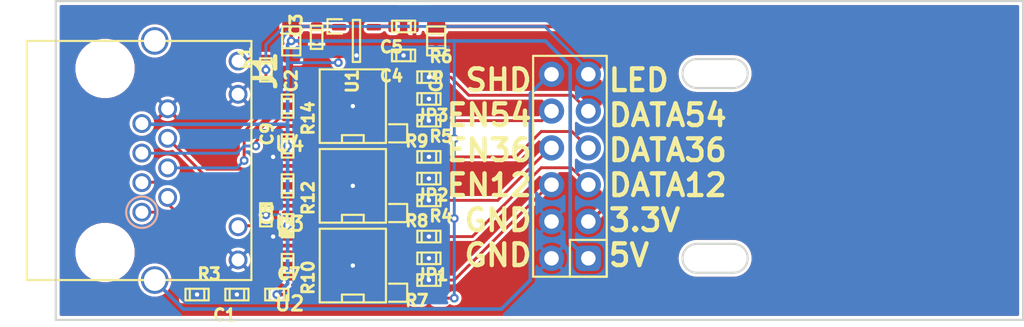
<source format=kicad_pcb>
(kicad_pcb (version 20171130) (host pcbnew "(5.1.4-0-10_14)")
  (layers (0 F.Cu signal) (1 In1.Cu signal hide) (2 In2.Cu signal hide) (31 B.Cu signal) (34 B.Paste user) (35 F.Paste user) (36 B.SilkS user) (37 F.SilkS user) (38 B.Mask user) (39 F.Mask user) (44 Edge.Cuts user))
  (net 0 "")
  (net 1 GND)
  (net 2 GNDS)
  (net 3 +5V)
  (net 4 +3V3)
  (net 5 1)
  (net 6 2)
  (net 7 3)
  (net 8 4)
  (net 9 5)
  (net 10 6)
  (net 11 "Net-(J1-Pad10)")
  (net 12 "Net-(J1-Pad12)")
  (net 13 "Net-(C4-Pad1)")
  (net 14 "Net-(J2-Pad10)")
  (net 15 "Net-(J2-Pad8)")
  (net 16 "Net-(J2-Pad6)")
  (net 17 LED)
  (net 18 "Net-(J2-Pad9)")
  (net 19 "Net-(J2-Pad7)")
  (net 20 "Net-(J2-Pad5)")
  (net 21 EN_12)
  (net 22 EN_36)
  (net 23 EN_54)
  (net 24 DATA_12)
  (net 25 DATA_36)
  (net 26 DATA_54)
  (module stmbl:SOLDER_JUMPER_0603 (layer F.Cu) (at 116.5 57)
    (fp_text reference JP3 (at 0.244 -1.612) (layer F.SilkS) (effects (font (size 0.8 0.8) (thickness 0.2))))
    (fp_text value Jumper_NO_Small)
    (fp_line (start -0.25 0) (end -0.2 0) (layer F.Cu) (width 0.25))
    (fp_line (start 0.25 0) (end 0.2 0) (layer F.Cu) (width 0.25))
    (pad 1 smd roundrect (at -0.75 0) (size 1 0.8) (layers F.Cu F.Paste F.Mask) (net 23 EN_54))
    (pad 2 smd roundrect (at 0.75 0) (size 1 0.8) (layers F.Cu F.Paste F.Mask) (net 3 +5V))
  )
  (module stmbl:SOLDER_JUMPER_0603 (layer F.Cu) (at 116.5 62.5)
    (fp_text reference JP2 (at 0.244 -1.612) (layer F.SilkS) (effects (font (size 0.8 0.8) (thickness 0.2))))
    (fp_text value Jumper_NO_Small)
    (fp_line (start -0.25 0) (end -0.2 0) (layer F.Cu) (width 0.25))
    (fp_line (start 0.25 0) (end 0.2 0) (layer F.Cu) (width 0.25))
    (pad 1 smd roundrect (at -0.75 0) (size 1 0.8) (layers F.Cu F.Paste F.Mask) (net 22 EN_36))
    (pad 2 smd roundrect (at 0.75 0) (size 1 0.8) (layers F.Cu F.Paste F.Mask) (net 3 +5V))
  )
  (module stmbl:SOLDER_JUMPER_0603 (layer F.Cu) (at 116.5 68)
    (fp_text reference JP1 (at 0.244 -1.612) (layer F.SilkS) (effects (font (size 0.8 0.8) (thickness 0.2))))
    (fp_text value Jumper_NO_Small)
    (fp_line (start -0.25 0) (end -0.2 0) (layer F.Cu) (width 0.25))
    (fp_line (start 0.25 0) (end 0.2 0) (layer F.Cu) (width 0.25))
    (pad 1 smd roundrect (at -0.75 0) (size 1 0.8) (layers F.Cu F.Paste F.Mask) (net 21 EN_12))
    (pad 2 smd roundrect (at 0.75 0) (size 1 0.8) (layers F.Cu F.Paste F.Mask) (net 3 +5V))
  )
  (module stmbl:C_0603 (layer F.Cu) (at 100.5 67.75 180)
    (fp_text reference R3 (at -0.834 1.416) (layer F.SilkS) (effects (font (size 0.8 0.8) (thickness 0.2))))
    (fp_text value 120)
    (pad 2 smd roundrect (at 0.75 0 180) (size 0.59 0.8) (layers F.Cu F.Paste F.Mask) (net 1 GND))
    (pad 1 smd roundrect (at -0.75 0 180) (size 0.59 0.8) (layers F.Cu F.Paste F.Mask) (net 2 GNDS))
  )
  (module stmbl:C_0603 (layer F.Cu) (at 105.25 62.25 90)
    (fp_text reference R2 (at -0.834 1.416 90) (layer F.SilkS) (effects (font (size 0.8 0.8) (thickness 0.2))))
    (fp_text value 560)
    (pad 2 smd roundrect (at 0.75 0 90) (size 0.59 0.8) (layers F.Cu F.Paste F.Mask) (net 3 +5V))
    (pad 1 smd roundrect (at -0.75 0 90) (size 0.59 0.8) (layers F.Cu F.Paste F.Mask) (net 12 "Net-(J1-Pad12)"))
  )
  (module stmbl:C_0603 (layer F.Cu) (at 105.25 52.25 270)
    (fp_text reference R1 (at -0.834 1.416 90) (layer F.SilkS) (effects (font (size 0.8 0.8) (thickness 0.2))))
    (fp_text value 560)
    (pad 2 smd roundrect (at 0.75 0 270) (size 0.59 0.8) (layers F.Cu F.Paste F.Mask) (net 17 LED))
    (pad 1 smd roundrect (at -0.75 0 270) (size 0.59 0.8) (layers F.Cu F.Paste F.Mask) (net 11 "Net-(J1-Pad10)"))
  )
  (module stmbl:C_0603 (layer F.Cu) (at 103.25 67.75)
    (fp_text reference C1 (at -0.834 1.416) (layer F.SilkS) (effects (font (size 0.8 0.8) (thickness 0.2))))
    (fp_text value 100n)
    (pad 2 smd roundrect (at 0.75 0) (size 0.59 0.8) (layers F.Cu F.Paste F.Mask) (net 1 GND))
    (pad 1 smd roundrect (at -0.75 0) (size 0.59 0.8) (layers F.Cu F.Paste F.Mask) (net 2 GNDS))
  )
  (module stmbl:SOIC-8-N (layer F.Cu) (at 111.25 54.75 180)
    (fp_text reference U4 (at 4.362 -2.624) (layer F.SilkS) (effects (font (thickness 0.2))))
    (fp_text value sp485)
    (pad 8 smd roundrect (at 2.75 -1.905 90) (size 0.5 1.25) (layers F.Cu F.Paste F.Mask) (net 3 +5V))
    (pad 7 smd roundrect (at 2.75 -0.635 90) (size 0.5 1.25) (layers F.Cu F.Paste F.Mask) (net 9 5))
    (pad 6 smd roundrect (at 2.75 0.635 90) (size 0.5 1.25) (layers F.Cu F.Paste F.Mask) (net 8 4))
    (pad 5 smd roundrect (at 2.75 1.905 90) (size 0.5 1.25) (layers F.Cu F.Paste F.Mask) (net 1 GND))
    (pad 4 smd roundrect (at -2.75 1.905 90) (size 0.5 1.25) (layers F.Cu F.Paste F.Mask) (net 26 DATA_54))
    (pad 3 smd roundrect (at -2.75 0.635 90) (size 0.5 1.25) (layers F.Cu F.Paste F.Mask) (net 23 EN_54))
    (pad 2 smd roundrect (at -2.75 -0.635 90) (size 0.5 1.25) (layers F.Cu F.Paste F.Mask) (net 23 EN_54))
    (pad 1 smd roundrect (at -2.75 -1.905 90) (size 0.5 1.25) (layers F.Cu F.Paste F.Mask) (net 26 DATA_54))
  )
  (module stmbl:SOIC-8-N (layer F.Cu) (at 111.25 60.25 180)
    (fp_text reference U3 (at 4.362 -2.624) (layer F.SilkS) (effects (font (thickness 0.2))))
    (fp_text value sp485)
    (pad 1 smd roundrect (at -2.75 -1.905 90) (size 0.5 1.25) (layers F.Cu F.Paste F.Mask) (net 25 DATA_36))
    (pad 2 smd roundrect (at -2.75 -0.635 90) (size 0.5 1.25) (layers F.Cu F.Paste F.Mask) (net 22 EN_36))
    (pad 3 smd roundrect (at -2.75 0.635 90) (size 0.5 1.25) (layers F.Cu F.Paste F.Mask) (net 22 EN_36))
    (pad 4 smd roundrect (at -2.75 1.905 90) (size 0.5 1.25) (layers F.Cu F.Paste F.Mask) (net 25 DATA_36))
    (pad 5 smd roundrect (at 2.75 1.905 90) (size 0.5 1.25) (layers F.Cu F.Paste F.Mask) (net 1 GND))
    (pad 6 smd roundrect (at 2.75 0.635 90) (size 0.5 1.25) (layers F.Cu F.Paste F.Mask) (net 10 6))
    (pad 7 smd roundrect (at 2.75 -0.635 90) (size 0.5 1.25) (layers F.Cu F.Paste F.Mask) (net 7 3))
    (pad 8 smd roundrect (at 2.75 -1.905 90) (size 0.5 1.25) (layers F.Cu F.Paste F.Mask) (net 3 +5V))
  )
  (module stmbl:SOIC-8-N (layer F.Cu) (at 111.25 65.75 180)
    (fp_text reference U2 (at 4.362 -2.624) (layer F.SilkS) (effects (font (thickness 0.2))))
    (fp_text value sp485)
    (pad 1 smd roundrect (at -2.75 -1.905 90) (size 0.5 1.25) (layers F.Cu F.Paste F.Mask) (net 24 DATA_12))
    (pad 2 smd roundrect (at -2.75 -0.635 90) (size 0.5 1.25) (layers F.Cu F.Paste F.Mask) (net 21 EN_12))
    (pad 3 smd roundrect (at -2.75 0.635 90) (size 0.5 1.25) (layers F.Cu F.Paste F.Mask) (net 21 EN_12))
    (pad 4 smd roundrect (at -2.75 1.905 90) (size 0.5 1.25) (layers F.Cu F.Paste F.Mask) (net 24 DATA_12))
    (pad 5 smd roundrect (at 2.75 1.905 90) (size 0.5 1.25) (layers F.Cu F.Paste F.Mask) (net 1 GND))
    (pad 6 smd roundrect (at 2.75 0.635 90) (size 0.5 1.25) (layers F.Cu F.Paste F.Mask) (net 6 2))
    (pad 7 smd roundrect (at 2.75 -0.635 90) (size 0.5 1.25) (layers F.Cu F.Paste F.Mask) (net 5 1))
    (pad 8 smd roundrect (at 2.75 -1.905 90) (size 0.5 1.25) (layers F.Cu F.Paste F.Mask) (net 3 +5V))
  )
  (module stmbl:SOT-23-5 (layer F.Cu) (at 111.5 50.25)
    (fp_text reference U1 (at -0.29 2.784 -270) (layer F.SilkS) (effects (font (size 0.8 0.8) (thickness 0.2))))
    (fp_text value LDO)
    (pad 1 smd roundrect (at -1.2 -0.95) (size 1 0.45) (layers F.Cu F.Paste F.Mask) (net 3 +5V))
    (pad 2 smd roundrect (at -1.2 0) (size 1 0.45) (layers F.Cu F.Paste F.Mask) (net 1 GND))
    (pad 3 smd roundrect (at -1.2 0.95) (size 1 0.45) (layers F.Cu F.Paste F.Mask) (net 3 +5V))
    (pad 4 smd roundrect (at 1.2 0.95) (size 1 0.45) (layers F.Cu F.Paste F.Mask) (net 13 "Net-(C4-Pad1)"))
    (pad 5 smd roundrect (at 1.2 -0.95) (size 1 0.45) (layers F.Cu F.Paste F.Mask) (net 4 +3V3))
  )
  (module stmbl:R_0603 (layer F.Cu) (at 116.5 54.25 180)
    (fp_text reference R15 hide)
    (fp_text value 1k)
    (pad 1 smd roundrect (at -0.75 0 180) (size 0.59 0.8) (layers F.Cu F.Paste F.Mask) (net 1 GND))
    (pad 2 smd roundrect (at 0.75 0 180) (size 0.59 0.8) (layers F.Cu F.Paste F.Mask) (net 23 EN_54))
  )
  (module stmbl:C_0603 (layer F.Cu) (at 106.75 54.75 90)
    (fp_text reference R14 (at -0.834 1.416 90) (layer F.SilkS) (effects (font (size 0.8 0.8) (thickness 0.2))))
    (fp_text value 120)
    (pad 1 smd roundrect (at -0.75 0 90) (size 0.59 0.8) (layers F.Cu F.Paste F.Mask) (net 9 5))
    (pad 2 smd roundrect (at 0.75 0 90) (size 0.59 0.8) (layers F.Cu F.Paste F.Mask) (net 8 4))
  )
  (module stmbl:R_0603 (layer F.Cu) (at 116.5 59.75 180)
    (fp_text reference R13 hide)
    (fp_text value 1k)
    (pad 2 smd roundrect (at 0.75 0 180) (size 0.59 0.8) (layers F.Cu F.Paste F.Mask) (net 22 EN_36))
    (pad 1 smd roundrect (at -0.75 0 180) (size 0.59 0.8) (layers F.Cu F.Paste F.Mask) (net 1 GND))
  )
  (module stmbl:C_0603 (layer F.Cu) (at 106.75 60.25 90)
    (fp_text reference R12 (at -0.834 1.416 90) (layer F.SilkS) (effects (font (size 0.8 0.8) (thickness 0.2))))
    (fp_text value 120)
    (pad 2 smd roundrect (at 0.75 0 90) (size 0.59 0.8) (layers F.Cu F.Paste F.Mask) (net 10 6))
    (pad 1 smd roundrect (at -0.75 0 90) (size 0.59 0.8) (layers F.Cu F.Paste F.Mask) (net 7 3))
  )
  (module stmbl:R_0603 (layer F.Cu) (at 116.5 65.25 180)
    (fp_text reference R11 hide)
    (fp_text value 1k)
    (pad 2 smd roundrect (at 0.75 0 180) (size 0.59 0.8) (layers F.Cu F.Paste F.Mask) (net 21 EN_12))
    (pad 1 smd roundrect (at -0.75 0 180) (size 0.59 0.8) (layers F.Cu F.Paste F.Mask) (net 1 GND))
  )
  (module stmbl:C_0603 (layer F.Cu) (at 106.75 65.75 90)
    (fp_text reference R10 (at -0.834 1.416 90) (layer F.SilkS) (effects (font (size 0.8 0.8) (thickness 0.2))))
    (fp_text value 120)
    (pad 2 smd roundrect (at 0.75 0 90) (size 0.59 0.8) (layers F.Cu F.Paste F.Mask) (net 6 2))
    (pad 1 smd roundrect (at -0.75 0 90) (size 0.59 0.8) (layers F.Cu F.Paste F.Mask) (net 5 1))
  )
  (module stmbl:C_0603 (layer F.Cu) (at 116.5 55.75)
    (fp_text reference R9 (at -0.834 1.416) (layer F.SilkS) (effects (font (size 0.8 0.8) (thickness 0.2))))
    (fp_text value 120)
    (pad 1 smd roundrect (at -0.75 0) (size 0.59 0.8) (layers F.Cu F.Paste F.Mask) (net 23 EN_54))
    (pad 2 smd roundrect (at 0.75 0) (size 0.59 0.8) (layers F.Cu F.Paste F.Mask) (net 14 "Net-(J2-Pad10)"))
  )
  (module stmbl:C_0603 (layer F.Cu) (at 116.5 61.25)
    (fp_text reference R8 (at -0.834 1.416) (layer F.SilkS) (effects (font (size 0.8 0.8) (thickness 0.2))))
    (fp_text value 120)
    (pad 2 smd roundrect (at 0.75 0) (size 0.59 0.8) (layers F.Cu F.Paste F.Mask) (net 15 "Net-(J2-Pad8)"))
    (pad 1 smd roundrect (at -0.75 0) (size 0.59 0.8) (layers F.Cu F.Paste F.Mask) (net 22 EN_36))
  )
  (module stmbl:C_0603 (layer F.Cu) (at 116.5 66.75)
    (fp_text reference R7 (at -0.834 1.416) (layer F.SilkS) (effects (font (size 0.8 0.8) (thickness 0.2))))
    (fp_text value 120)
    (pad 2 smd roundrect (at 0.75 0) (size 0.59 0.8) (layers F.Cu F.Paste F.Mask) (net 16 "Net-(J2-Pad6)"))
    (pad 1 smd roundrect (at -0.75 0) (size 0.59 0.8) (layers F.Cu F.Paste F.Mask) (net 21 EN_12))
  )
  (module stmbl:C_0603 (layer F.Cu) (at 116.5 52.75 180)
    (fp_text reference R6 (at -0.834 1.416) (layer F.SilkS) (effects (font (size 0.8 0.8) (thickness 0.2))))
    (fp_text value 120)
    (pad 1 smd roundrect (at -0.75 0 180) (size 0.59 0.8) (layers F.Cu F.Paste F.Mask) (net 18 "Net-(J2-Pad9)"))
    (pad 2 smd roundrect (at 0.75 0 180) (size 0.59 0.8) (layers F.Cu F.Paste F.Mask) (net 26 DATA_54))
  )
  (module stmbl:C_0603 (layer F.Cu) (at 116.5 58.25 180)
    (fp_text reference R5 (at -0.834 1.416) (layer F.SilkS) (effects (font (size 0.8 0.8) (thickness 0.2))))
    (fp_text value 120)
    (pad 2 smd roundrect (at 0.75 0 180) (size 0.59 0.8) (layers F.Cu F.Paste F.Mask) (net 25 DATA_36))
    (pad 1 smd roundrect (at -0.75 0 180) (size 0.59 0.8) (layers F.Cu F.Paste F.Mask) (net 19 "Net-(J2-Pad7)"))
  )
  (module stmbl:C_0603 (layer F.Cu) (at 116.5 63.75 180)
    (fp_text reference R4 (at -0.834 1.416) (layer F.SilkS) (effects (font (size 0.8 0.8) (thickness 0.2))))
    (fp_text value 120)
    (pad 2 smd roundrect (at 0.75 0 180) (size 0.59 0.8) (layers F.Cu F.Paste F.Mask) (net 24 DATA_12))
    (pad 1 smd roundrect (at -0.75 0 180) (size 0.59 0.8) (layers F.Cu F.Paste F.Mask) (net 20 "Net-(J2-Pad5)"))
  )
  (module stmbl:Pin_Header_RM2.54_2x6_UP (layer F.Cu) (at 127.5 65.25 180)
    (fp_text reference J2 hide)
    (fp_text value CONN_02X06_Odd_Even hide)
    (pad 12 thru_hole circle (at 2.54 12.7 180) (size 1.3 1.3) (drill 1) (layers *.Cu *.Mask) (net 2 GNDS))
    (pad 12 smd circle (at 2.54 12.7 180) (size 1.75 1.75) (layers B.Cu B.Mask) (net 2 GNDS))
    (pad 10 thru_hole circle (at 2.54 10.16 180) (size 1.3 1.3) (drill 1) (layers *.Cu *.Mask) (net 14 "Net-(J2-Pad10)"))
    (pad 10 smd circle (at 2.54 10.16 180) (size 1.75 1.75) (layers B.Cu B.Mask) (net 14 "Net-(J2-Pad10)"))
    (pad 8 thru_hole circle (at 2.54 7.62 180) (size 1.3 1.3) (drill 1) (layers *.Cu *.Mask) (net 15 "Net-(J2-Pad8)"))
    (pad 8 smd circle (at 2.54 7.62 180) (size 1.75 1.75) (layers B.Cu B.Mask) (net 15 "Net-(J2-Pad8)"))
    (pad 6 thru_hole circle (at 2.54 5.08 180) (size 1.3 1.3) (drill 1) (layers *.Cu *.Mask) (net 16 "Net-(J2-Pad6)"))
    (pad 6 smd circle (at 2.54 5.08 180) (size 1.75 1.75) (layers B.Cu B.Mask) (net 16 "Net-(J2-Pad6)"))
    (pad 4 thru_hole circle (at 2.54 2.54 180) (size 1.3 1.3) (drill 1) (layers *.Cu *.Mask) (net 1 GND))
    (pad 4 smd circle (at 2.54 2.54 180) (size 1.75 1.75) (layers B.Cu B.Mask) (net 1 GND))
    (pad 2 thru_hole circle (at 2.54 0 180) (size 1.3 1.3) (drill 1) (layers *.Cu *.Mask) (net 1 GND))
    (pad 2 smd circle (at 2.54 0 180) (size 1.75 1.75) (layers B.Cu B.Mask) (net 1 GND))
    (pad 11 thru_hole circle (at 0 12.7 180) (size 1.3 1.3) (drill 1) (layers *.Cu *.Mask) (net 17 LED))
    (pad 11 smd circle (at 0 12.7 180) (size 1.75 1.75) (layers B.Cu B.Mask) (net 17 LED))
    (pad 9 thru_hole circle (at 0 10.16 180) (size 1.3 1.3) (drill 1) (layers *.Cu *.Mask) (net 18 "Net-(J2-Pad9)"))
    (pad 9 smd circle (at 0 10.16 180) (size 1.75 1.75) (layers B.Cu B.Mask) (net 18 "Net-(J2-Pad9)"))
    (pad 7 thru_hole circle (at 0 7.62 180) (size 1.3 1.3) (drill 1) (layers *.Cu *.Mask) (net 19 "Net-(J2-Pad7)"))
    (pad 7 smd circle (at 0 7.62 180) (size 1.75 1.75) (layers B.Cu B.Mask) (net 19 "Net-(J2-Pad7)"))
    (pad 5 thru_hole circle (at 0 5.08 180) (size 1.3 1.3) (drill 1) (layers *.Cu *.Mask) (net 20 "Net-(J2-Pad5)"))
    (pad 5 smd circle (at 0 5.08 180) (size 1.75 1.75) (layers B.Cu B.Mask) (net 20 "Net-(J2-Pad5)"))
    (pad 3 thru_hole circle (at 0 2.54 180) (size 1.3 1.3) (drill 1) (layers *.Cu *.Mask) (net 4 +3V3))
    (pad 3 smd circle (at 0 2.54 180) (size 1.75 1.75) (layers B.Cu B.Mask) (net 4 +3V3))
    (pad 1 thru_hole circle (at 0 0 180) (size 1.3 1.3) (drill 1) (layers *.Cu *.Mask) (net 3 +5V))
    (pad 1 smd roundrect (at 0 0 180) (size 1.75 1.75) (layers B.Cu B.Mask) (net 3 +5V))
  )
  (module stmbl:C_0603 (layer F.Cu) (at 106.75 57.5 270)
    (fp_text reference C9 (at -0.834 1.416 90) (layer F.SilkS) (effects (font (size 0.8 0.8) (thickness 0.2))))
    (fp_text value 100n)
    (pad 1 smd roundrect (at -0.75 0 270) (size 0.59 0.8) (layers F.Cu F.Paste F.Mask) (net 3 +5V))
    (pad 2 smd roundrect (at 0.75 0 270) (size 0.59 0.8) (layers F.Cu F.Paste F.Mask) (net 1 GND))
  )
  (module stmbl:C_0603 (layer F.Cu) (at 106.75 63 270)
    (fp_text reference C8 (at -0.834 1.416 90) (layer F.SilkS) (effects (font (size 0.8 0.8) (thickness 0.2))))
    (fp_text value 100n)
    (pad 2 smd roundrect (at 0.75 0 270) (size 0.59 0.8) (layers F.Cu F.Paste F.Mask) (net 1 GND))
    (pad 1 smd roundrect (at -0.75 0 270) (size 0.59 0.8) (layers F.Cu F.Paste F.Mask) (net 3 +5V))
  )
  (module stmbl:C_0603 (layer F.Cu) (at 106 67.75 180)
    (fp_text reference C7 (at -0.834 1.416) (layer F.SilkS) (effects (font (size 0.8 0.8) (thickness 0.2))))
    (fp_text value 100n)
    (pad 2 smd roundrect (at 0.75 0 180) (size 0.59 0.8) (layers F.Cu F.Paste F.Mask) (net 1 GND))
    (pad 1 smd roundrect (at -0.75 0 180) (size 0.59 0.8) (layers F.Cu F.Paste F.Mask) (net 3 +5V))
  )
  (module stmbl:C_0805 (layer F.Cu) (at 117 50.25 270)
    (fp_text reference C6 (at 2.75 0 90) (layer F.SilkS) (effects (font (size 0.8 0.8) (thickness 0.2))))
    (fp_text value 10u)
    (pad 1 smd roundrect (at -1 0 270) (size 1 1.25) (layers F.Cu F.Paste F.Mask) (net 4 +3V3))
    (pad 2 smd roundrect (at 1 0 270) (size 1 1.25) (layers F.Cu F.Paste F.Mask) (net 1 GND))
  )
  (module stmbl:C_0603 (layer F.Cu) (at 114.75 49.25)
    (fp_text reference C5 (at -0.834 1.416) (layer F.SilkS) (effects (font (size 0.8 0.8) (thickness 0.2))))
    (fp_text value 100n)
    (pad 2 smd roundrect (at 0.75 0) (size 0.59 0.8) (layers F.Cu F.Paste F.Mask) (net 1 GND))
    (pad 1 smd roundrect (at -0.75 0) (size 0.59 0.8) (layers F.Cu F.Paste F.Mask) (net 4 +3V3))
  )
  (module stmbl:C_0603 (layer F.Cu) (at 114.75 51.25)
    (fp_text reference C4 (at -0.834 1.416) (layer F.SilkS) (effects (font (size 0.8 0.8) (thickness 0.2))))
    (fp_text value 100n)
    (pad 2 smd roundrect (at 0.75 0) (size 0.59 0.8) (layers F.Cu F.Paste F.Mask) (net 1 GND))
    (pad 1 smd roundrect (at -0.75 0) (size 0.59 0.8) (layers F.Cu F.Paste F.Mask) (net 13 "Net-(C4-Pad1)"))
  )
  (module stmbl:C_0603 (layer F.Cu) (at 108.75 50 270)
    (fp_text reference C3 (at -0.834 1.416 90) (layer F.SilkS) (effects (font (size 0.8 0.8) (thickness 0.2))))
    (fp_text value 100n)
    (pad 2 smd roundrect (at 0.75 0 270) (size 0.59 0.8) (layers F.Cu F.Paste F.Mask) (net 1 GND))
    (pad 1 smd roundrect (at -0.75 0 270) (size 0.59 0.8) (layers F.Cu F.Paste F.Mask) (net 3 +5V))
  )
  (module stmbl:C_0805 (layer F.Cu) (at 107 50.25 270)
    (fp_text reference C2 (at 2.75 0 90) (layer F.SilkS) (effects (font (size 0.8 0.8) (thickness 0.2))))
    (fp_text value 10u)
    (pad 1 smd roundrect (at -1 0 270) (size 1 1.25) (layers F.Cu F.Paste F.Mask) (net 3 +5V))
    (pad 2 smd roundrect (at 1 0 270) (size 1 1.25) (layers F.Cu F.Paste F.Mask) (net 1 GND))
  )
  (module stmbl:RJ45_LED (layer F.Cu) (at 88.75 58.5 90)
    (fp_text reference J1 (at 6.194 16.462 90) (layer F.SilkS) (effects (font (size 1.5 1.5) (thickness 0.3))))
    (fp_text value RJ45_LED)
    (pad "" np_thru_hole circle (at 6.35 5.4 90) (size 3.1 3.1) (drill 3.1) (layers *.Cu *.Mask) (clearance 0.5))
    (pad "" np_thru_hole circle (at -6.35 5.4 90) (size 3.1 3.1) (drill 3.1) (layers *.Cu *.Mask) (clearance 0.5))
    (pad 13 thru_hole circle (at 8.25 8.83 90) (size 1.9 1.9) (drill 1.5) (layers *.Cu *.Mask) (net 2 GNDS))
    (pad 13 thru_hole circle (at -8.25 8.83 90) (size 1.9 1.9) (drill 1.5) (layers *.Cu *.Mask) (net 2 GNDS))
    (pad 1 thru_hole circle (at -3.57 7.94 90) (size 1.3 1.3) (drill 0.9) (layers *.Cu *.Mask) (net 5 1))
    (pad 2 thru_hole circle (at -2.55 9.72 90) (size 1.3 1.3) (drill 0.9) (layers *.Cu *.Mask) (net 6 2))
    (pad 3 thru_hole circle (at -1.53 7.94 90) (size 1.3 1.3) (drill 0.9) (layers *.Cu *.Mask) (net 7 3))
    (pad 4 thru_hole circle (at -0.51 9.72 90) (size 1.3 1.3) (drill 0.9) (layers *.Cu *.Mask) (net 8 4))
    (pad 5 thru_hole circle (at 0.51 7.94 90) (size 1.3 1.3) (drill 0.9) (layers *.Cu *.Mask) (net 9 5))
    (pad 6 thru_hole circle (at 1.53 9.72 90) (size 1.3 1.3) (drill 0.9) (layers *.Cu *.Mask) (net 10 6))
    (pad 7 thru_hole circle (at 2.55 7.94 90) (size 1.3 1.3) (drill 0.9) (layers *.Cu *.Mask) (net 3 +5V))
    (pad 8 thru_hole circle (at 3.57 9.72 90) (size 1.3 1.3) (drill 0.9) (layers *.Cu *.Mask) (net 1 GND))
    (pad 10 thru_hole circle (at 6.86 14.58 90) (size 1.3 1.3) (drill 0.9) (layers *.Cu *.Mask) (net 11 "Net-(J1-Pad10)"))
    (pad 9 thru_hole circle (at 4.57 14.58 90) (size 1.3 1.3) (drill 0.9) (layers *.Cu *.Mask) (net 1 GND))
    (pad 12 thru_hole circle (at -4.57 14.58 90) (size 1.3 1.3) (drill 0.9) (layers *.Cu *.Mask) (net 12 "Net-(J1-Pad12)"))
    (pad 11 thru_hole circle (at -6.86 14.58 90) (size 1.3 1.3) (drill 0.9) (layers *.Cu *.Mask) (net 1 GND))
  )
  (gr_arc (start 135 52.5) (end 135 51.5) (angle -180) (layer Edge.Cuts) (width 0.15))
  (gr_line (start 135 51.5) (end 137.5 51.5) (layer Edge.Cuts) (width 0.15))
  (gr_arc (start 137.5 52.5) (end 137.5 53.5) (angle -180) (layer Edge.Cuts) (width 0.15))
  (gr_line (start 135 53.5) (end 137.5 53.5) (layer Edge.Cuts) (width 0.15))
  (gr_line (start 135 66.25) (end 137.5 66.25) (layer Edge.Cuts) (width 0.15))
  (gr_line (start 135 64.25) (end 137.5 64.25) (layer Edge.Cuts) (width 0.15))
  (gr_arc (start 137.5 65.25) (end 137.5 66.25) (angle -180) (layer Edge.Cuts) (width 0.15))
  (gr_arc (start 135 65.25) (end 135 64.25) (angle -180) (layer Edge.Cuts) (width 0.15))
  (gr_text "LED\nDATA54\nDATA36\nDATA12\n3.3V\n5V" (at 128.75 59) (layer F.SilkS) (effects (font (size 1.5 1.5) (thickness 0.3)) (justify left)))
  (gr_text "SHD\nEN54\nEN36\nEN12\nGND\nGND" (at 123.75 59) (layer F.SilkS) (effects (font (size 1.5 1.5) (thickness 0.3)) (justify right)))
  (gr_line (start 90.75 47.5) (end 157.5 47.5) (layer Edge.Cuts) (width 0.15))
  (gr_line (start 90.75 69.5) (end 90.75 47.5) (layer Edge.Cuts) (width 0.15))
  (gr_line (start 157.5 69.5) (end 90.75 69.5) (layer Edge.Cuts) (width 0.15))
  (gr_line (start 157.5 47.5) (end 157.5 69.5) (layer Edge.Cuts) (width 0.15))
  (via (at 116.5 59.75) (size 0.6) (drill 0.3) (layers F.Cu B.Cu) (net 1))
  (via (at 116.5 58.25) (size 0.6) (drill 0.3) (layers F.Cu B.Cu) (net 1))
  (via (at 116.5 61.25) (size 0.6) (drill 0.3) (layers F.Cu B.Cu) (net 1))
  (via (at 116.5 63.75) (size 0.6) (drill 0.3) (layers F.Cu B.Cu) (net 1))
  (via (at 116.5 65.25) (size 0.6) (drill 0.3) (layers F.Cu B.Cu) (net 1))
  (via (at 116.5 66.75) (size 0.6) (drill 0.3) (layers F.Cu B.Cu) (net 1))
  (via (at 116.5 55.75) (size 0.6) (drill 0.3) (layers F.Cu B.Cu) (net 1))
  (via (at 116.5 54.25) (size 0.6) (drill 0.3) (layers F.Cu B.Cu) (net 1))
  (via (at 116.5 52.75) (size 0.6) (drill 0.3) (layers F.Cu B.Cu) (net 1))
  (via (at 111.25 65.75) (size 0.6) (drill 0.3) (layers F.Cu B.Cu) (net 1))
  (via (at 111.25 60.25) (size 0.6) (drill 0.3) (layers F.Cu B.Cu) (net 1))
  (via (at 111.25 54.75) (size 0.6) (drill 0.3) (layers F.Cu B.Cu) (net 1))
  (via (at 111.5 51.25) (size 0.6) (drill 0.3) (layers F.Cu B.Cu) (net 1))
  (via (at 114.75 51.25) (size 0.6) (drill 0.3) (layers F.Cu B.Cu) (net 1))
  (via (at 105.75 58.25) (size 0.6) (drill 0.3) (layers F.Cu B.Cu) (net 1))
  (via (at 105.75 63.75) (size 0.6) (drill 0.3) (layers F.Cu B.Cu) (net 1))
  (via (at 103.25 67.75) (size 0.6) (drill 0.3) (layers F.Cu B.Cu) (net 1))
  (via (at 100.5 67.75) (size 0.6) (drill 0.3) (layers F.Cu B.Cu) (net 1))
  (segment (start 101.25 67.75) (end 102.5 67.75) (width 0.2) (layer F.Cu) (net 2))
  (segment (start 100.75 66.75) (end 97.58 66.75) (width 0.2) (layer F.Cu) (net 2))
  (segment (start 101.25 67.25) (end 100.75 66.75) (width 0.2) (layer F.Cu) (net 2))
  (segment (start 101.25 67.75) (end 101.25 67.25) (width 0.2) (layer F.Cu) (net 2))
  (segment (start 97.58 66.79) (end 97.58 66.75) (width 0.25) (layer B.Cu) (net 2))
  (segment (start 124.96 52.55) (end 124.83 52.55) (width 0.25) (layer B.Cu) (net 2))
  (segment (start 124.83 52.55) (end 123.5 53.88) (width 0.25) (layer B.Cu) (net 2))
  (segment (start 123.5 53.88) (end 123.5 66.75) (width 0.25) (layer B.Cu) (net 2))
  (segment (start 123.5 66.75) (end 121.5 68.75) (width 0.25) (layer B.Cu) (net 2))
  (segment (start 121.5 68.75) (end 99.54 68.75) (width 0.25) (layer B.Cu) (net 2))
  (segment (start 99.54 68.75) (end 97.58 66.79) (width 0.25) (layer B.Cu) (net 2))
  (segment (start 107 49.25) (end 108.75 49.25) (width 0.25) (layer F.Cu) (net 3))
  (segment (start 110.25 49.25) (end 110.3 49.3) (width 0.25) (layer F.Cu) (net 3))
  (segment (start 108.75 49.25) (end 110.25 49.25) (width 0.25) (layer F.Cu) (net 3))
  (segment (start 108.405 56.75) (end 108.5 56.655) (width 0.25) (layer F.Cu) (net 3))
  (segment (start 106.75 56.75) (end 108.405 56.75) (width 0.25) (layer F.Cu) (net 3))
  (segment (start 108.405 62.25) (end 108.5 62.155) (width 0.25) (layer F.Cu) (net 3))
  (segment (start 106.75 62.25) (end 108.405 62.25) (width 0.25) (layer F.Cu) (net 3))
  (segment (start 108.405 67.75) (end 108.5 67.655) (width 0.25) (layer F.Cu) (net 3))
  (segment (start 106.75 67.75) (end 108.405 67.75) (width 0.25) (layer F.Cu) (net 3))
  (via (at 106 67.75) (size 0.6) (drill 0.3) (layers F.Cu B.Cu) (net 3))
  (segment (start 106.75 67.75) (end 106 67.75) (width 0.25) (layer F.Cu) (net 3))
  (via (at 106.75 63) (size 0.6) (drill 0.3) (layers F.Cu B.Cu) (net 3))
  (segment (start 106.75 63) (end 106.75 62.25) (width 0.25) (layer F.Cu) (net 3))
  (via (at 106.75 57.5) (size 0.6) (drill 0.3) (layers F.Cu B.Cu) (net 3))
  (segment (start 106.75 63) (end 106.75 57.5) (width 0.25) (layer B.Cu) (net 3))
  (segment (start 106.75 57.5) (end 106.75 56.75) (width 0.25) (layer F.Cu) (net 3))
  (via (at 107 50.25) (size 0.6) (drill 0.3) (layers F.Cu B.Cu) (net 3))
  (segment (start 106.75 50.5) (end 107 50.25) (width 0.25) (layer B.Cu) (net 3))
  (segment (start 107 50.25) (end 107 49.25) (width 0.25) (layer F.Cu) (net 3))
  (segment (start 106 67.75) (end 106.75 67) (width 0.25) (layer B.Cu) (net 3))
  (via (at 110.25 51.75) (size 0.6) (drill 0.3) (layers F.Cu B.Cu) (net 3))
  (segment (start 110.3 51.7) (end 110.25 51.75) (width 0.2) (layer F.Cu) (net 3))
  (segment (start 110.3 51.2) (end 110.3 51.7) (width 0.2) (layer F.Cu) (net 3))
  (segment (start 110.25 51.75) (end 106.75 51.75) (width 0.2) (layer B.Cu) (net 3))
  (segment (start 106.75 51.75) (end 106.75 50.5) (width 0.25) (layer B.Cu) (net 3))
  (segment (start 106.75 57.5) (end 106.75 51.75) (width 0.25) (layer B.Cu) (net 3))
  (via (at 118.25 57) (size 0.6) (drill 0.3) (layers F.Cu B.Cu) (net 3))
  (segment (start 117.25 57) (end 118.25 57) (width 0.2) (layer F.Cu) (net 3))
  (via (at 118.25 62.5) (size 0.6) (drill 0.3) (layers F.Cu B.Cu) (net 3))
  (segment (start 117.25 62.5) (end 118.25 62.5) (width 0.2) (layer F.Cu) (net 3))
  (via (at 118.25 68) (size 0.6) (drill 0.3) (layers F.Cu B.Cu) (net 3))
  (segment (start 117.25 68) (end 118.25 68) (width 0.2) (layer F.Cu) (net 3))
  (segment (start 118.25 68) (end 118.25 57) (width 0.2) (layer B.Cu) (net 3))
  (segment (start 106.75 63.75) (end 106.75 63) (width 0.25) (layer B.Cu) (net 3))
  (segment (start 106.75 67) (end 106.75 63.75) (width 0.25) (layer B.Cu) (net 3))
  (segment (start 107.424264 50.25) (end 107 50.25) (width 0.25) (layer B.Cu) (net 3))
  (segment (start 126.25 51.962499) (end 124.537501 50.25) (width 0.25) (layer B.Cu) (net 3))
  (segment (start 127.5 65.25) (end 127.375 65.25) (width 0.25) (layer B.Cu) (net 3))
  (segment (start 126.25 64.125) (end 126.25 51.962499) (width 0.25) (layer B.Cu) (net 3))
  (segment (start 127.375 65.25) (end 126.25 64.125) (width 0.25) (layer B.Cu) (net 3))
  (segment (start 118.25 57) (end 118.25 50.25) (width 0.2) (layer B.Cu) (net 3))
  (segment (start 118.25 50.25) (end 107.424264 50.25) (width 0.25) (layer B.Cu) (net 3))
  (segment (start 124.537501 50.25) (end 118.25 50.25) (width 0.25) (layer B.Cu) (net 3))
  (segment (start 105.25 61.5) (end 105.25 62.25) (width 0.2) (layer F.Cu) (net 3))
  (via (at 105.25 62.25) (size 0.6) (drill 0.3) (layers F.Cu B.Cu) (net 3))
  (segment (start 106.75 62.25) (end 105.25 62.25) (width 0.2) (layer B.Cu) (net 3))
  (segment (start 96.74 56) (end 96.69 55.95) (width 0.25) (layer B.Cu) (net 3))
  (segment (start 106.75 57.5) (end 106.75 56) (width 0.25) (layer B.Cu) (net 3))
  (segment (start 106.75 56) (end 96.74 56) (width 0.25) (layer B.Cu) (net 3))
  (segment (start 112.75 49.25) (end 112.7 49.3) (width 0.25) (layer F.Cu) (net 4))
  (segment (start 114 49.25) (end 112.75 49.25) (width 0.25) (layer F.Cu) (net 4))
  (segment (start 114.5 48.25) (end 114 48.75) (width 0.25) (layer F.Cu) (net 4))
  (segment (start 116.5 48.25) (end 114.5 48.25) (width 0.25) (layer F.Cu) (net 4))
  (segment (start 117 48.75) (end 116.5 48.25) (width 0.25) (layer F.Cu) (net 4))
  (segment (start 114 48.75) (end 114 49.25) (width 0.25) (layer F.Cu) (net 4))
  (segment (start 117 49.25) (end 117 48.75) (width 0.25) (layer F.Cu) (net 4))
  (segment (start 127.645 62.71) (end 127.5 62.71) (width 0.25) (layer F.Cu) (net 4))
  (segment (start 128.75 61.605) (end 127.645 62.71) (width 0.25) (layer F.Cu) (net 4))
  (segment (start 128.75 51.5) (end 128.75 61.605) (width 0.25) (layer F.Cu) (net 4))
  (segment (start 126.5 49.25) (end 128.75 51.5) (width 0.25) (layer F.Cu) (net 4))
  (segment (start 117 49.25) (end 126.5 49.25) (width 0.25) (layer F.Cu) (net 4))
  (segment (start 108.385 66.5) (end 108.5 66.385) (width 0.2) (layer F.Cu) (net 5))
  (segment (start 106.75 66.5) (end 108.385 66.5) (width 0.2) (layer F.Cu) (net 5))
  (segment (start 97.82 62.07) (end 96.69 62.07) (width 0.2) (layer F.Cu) (net 5))
  (segment (start 102.25 66.5) (end 97.82 62.07) (width 0.2) (layer F.Cu) (net 5))
  (segment (start 106.75 66.5) (end 102.25 66.5) (width 0.2) (layer F.Cu) (net 5))
  (segment (start 108.385 65) (end 108.5 65.115) (width 0.2) (layer F.Cu) (net 6))
  (segment (start 106.75 65) (end 108.385 65) (width 0.2) (layer F.Cu) (net 6))
  (segment (start 101.25 64.25) (end 98.47 61.47) (width 0.2) (layer F.Cu) (net 6))
  (segment (start 104 64.25) (end 101.25 64.25) (width 0.2) (layer F.Cu) (net 6))
  (segment (start 98.47 61.47) (end 98.47 61.05) (width 0.2) (layer F.Cu) (net 6))
  (segment (start 104.75 65) (end 104 64.25) (width 0.2) (layer F.Cu) (net 6))
  (segment (start 106.75 65) (end 104.75 65) (width 0.2) (layer F.Cu) (net 6))
  (segment (start 108.385 61) (end 108.5 60.885) (width 0.2) (layer F.Cu) (net 7))
  (segment (start 106.75 61) (end 108.385 61) (width 0.2) (layer F.Cu) (net 7))
  (segment (start 96.72 60) (end 96.69 60.03) (width 0.2) (layer F.Cu) (net 7))
  (segment (start 105.25 60) (end 96.72 60) (width 0.2) (layer F.Cu) (net 7))
  (segment (start 106.25 61) (end 105.25 60) (width 0.2) (layer F.Cu) (net 7))
  (segment (start 106.75 61) (end 106.25 61) (width 0.2) (layer F.Cu) (net 7))
  (segment (start 108.385 54) (end 108.5 54.115) (width 0.2) (layer F.Cu) (net 8))
  (segment (start 106.75 54) (end 108.385 54) (width 0.2) (layer F.Cu) (net 8))
  (via (at 103.750016 58.5) (size 0.6) (drill 0.3) (layers F.Cu B.Cu) (net 8))
  (segment (start 98.47 59.01) (end 103.240016 59.01) (width 0.2) (layer B.Cu) (net 8))
  (segment (start 103.240016 59.01) (end 103.450017 58.799999) (width 0.2) (layer B.Cu) (net 8))
  (segment (start 103.450017 58.799999) (end 103.750016 58.5) (width 0.2) (layer B.Cu) (net 8))
  (segment (start 103.750016 58.075736) (end 103.750016 58.5) (width 0.2) (layer F.Cu) (net 8))
  (segment (start 103.750016 56.499984) (end 103.750016 58.075736) (width 0.2) (layer F.Cu) (net 8))
  (segment (start 106.25 54) (end 103.750016 56.499984) (width 0.2) (layer F.Cu) (net 8))
  (segment (start 106.75 54) (end 106.25 54) (width 0.2) (layer F.Cu) (net 8))
  (segment (start 108.385 55.5) (end 108.5 55.385) (width 0.2) (layer F.Cu) (net 9))
  (segment (start 106.75 55.5) (end 108.385 55.5) (width 0.2) (layer F.Cu) (net 9))
  (via (at 104.554969 57.5) (size 0.6) (drill 0.3) (layers F.Cu B.Cu) (net 9))
  (segment (start 104.554969 57.195031) (end 104.554969 57.5) (width 0.2) (layer F.Cu) (net 9))
  (segment (start 106.25 55.5) (end 104.554969 57.195031) (width 0.2) (layer F.Cu) (net 9))
  (segment (start 106.75 55.5) (end 106.25 55.5) (width 0.2) (layer F.Cu) (net 9))
  (segment (start 104.130705 57.5) (end 104.554969 57.5) (width 0.2) (layer B.Cu) (net 9))
  (segment (start 103.745 57.5) (end 104.130705 57.5) (width 0.2) (layer B.Cu) (net 9))
  (segment (start 103.245 58) (end 103.745 57.5) (width 0.2) (layer B.Cu) (net 9))
  (segment (start 96.7 58) (end 103.245 58) (width 0.2) (layer B.Cu) (net 9))
  (segment (start 96.69 57.99) (end 96.7 58) (width 0.2) (layer B.Cu) (net 9))
  (segment (start 108.385 59.5) (end 108.5 59.615) (width 0.2) (layer F.Cu) (net 10))
  (segment (start 106.75 59.5) (end 108.385 59.5) (width 0.2) (layer F.Cu) (net 10))
  (segment (start 101 59.5) (end 98.47 56.97) (width 0.2) (layer F.Cu) (net 10))
  (segment (start 106.75 59.5) (end 101 59.5) (width 0.2) (layer F.Cu) (net 10))
  (segment (start 103.47 51.5) (end 103.33 51.64) (width 0.2) (layer F.Cu) (net 11))
  (segment (start 105.25 51.5) (end 103.47 51.5) (width 0.2) (layer F.Cu) (net 11))
  (segment (start 103.4 63) (end 103.33 63.07) (width 0.2) (layer F.Cu) (net 12))
  (segment (start 105.25 63) (end 103.4 63) (width 0.2) (layer F.Cu) (net 12))
  (segment (start 112.75 51.25) (end 112.7 51.2) (width 0.2) (layer F.Cu) (net 13))
  (segment (start 114 51.25) (end 112.75 51.25) (width 0.2) (layer F.Cu) (net 13))
  (segment (start 124.3 55.75) (end 124.96 55.09) (width 0.2) (layer F.Cu) (net 14))
  (segment (start 117.25 55.75) (end 124.3 55.75) (width 0.2) (layer F.Cu) (net 14))
  (segment (start 124.87 57.63) (end 124.96 57.63) (width 0.2) (layer F.Cu) (net 15))
  (segment (start 121.25 61.25) (end 124.87 57.63) (width 0.2) (layer F.Cu) (net 15))
  (segment (start 117.25 61.25) (end 121.25 61.25) (width 0.2) (layer F.Cu) (net 15))
  (segment (start 124.83 60.17) (end 124.96 60.17) (width 0.2) (layer F.Cu) (net 16))
  (segment (start 118.25 66.75) (end 124.83 60.17) (width 0.2) (layer F.Cu) (net 16))
  (segment (start 117.25 66.75) (end 118.25 66.75) (width 0.2) (layer F.Cu) (net 16))
  (via (at 105.25 52.25) (size 0.6) (drill 0.3) (layers F.Cu B.Cu) (net 17))
  (segment (start 105.25 53) (end 105.25 52.25) (width 0.2) (layer F.Cu) (net 17))
  (segment (start 127.5 52.25) (end 127.5 52.55) (width 0.2) (layer B.Cu) (net 17))
  (segment (start 124.5 49.25) (end 127.5 52.25) (width 0.2) (layer B.Cu) (net 17))
  (segment (start 106.5 49.25) (end 124.5 49.25) (width 0.2) (layer B.Cu) (net 17))
  (segment (start 105.25 50.5) (end 106.5 49.25) (width 0.2) (layer B.Cu) (net 17))
  (segment (start 105.25 52.25) (end 105.25 50.5) (width 0.2) (layer B.Cu) (net 17))
  (segment (start 126.850001 54.440001) (end 127.5 55.09) (width 0.2) (layer F.Cu) (net 18))
  (segment (start 119.25 54) (end 126.41 54) (width 0.2) (layer F.Cu) (net 18))
  (segment (start 118 52.75) (end 119.25 54) (width 0.2) (layer F.Cu) (net 18))
  (segment (start 126.41 54) (end 126.850001 54.440001) (width 0.2) (layer F.Cu) (net 18))
  (segment (start 117.25 52.75) (end 118 52.75) (width 0.2) (layer F.Cu) (net 18))
  (segment (start 126.850001 56.980001) (end 127.5 57.63) (width 0.2) (layer F.Cu) (net 19))
  (segment (start 126.37 56.5) (end 126.850001 56.980001) (width 0.2) (layer F.Cu) (net 19))
  (segment (start 124.25 56.5) (end 126.37 56.5) (width 0.2) (layer F.Cu) (net 19))
  (segment (start 122.5 58.25) (end 124.25 56.5) (width 0.2) (layer F.Cu) (net 19))
  (segment (start 117.25 58.25) (end 122.5 58.25) (width 0.2) (layer F.Cu) (net 19))
  (segment (start 126.33 59) (end 126.850001 59.520001) (width 0.2) (layer F.Cu) (net 20))
  (segment (start 124.25 59) (end 126.33 59) (width 0.2) (layer F.Cu) (net 20))
  (segment (start 126.850001 59.520001) (end 127.5 60.17) (width 0.2) (layer F.Cu) (net 20))
  (segment (start 119.5 63.75) (end 124.25 59) (width 0.2) (layer F.Cu) (net 20))
  (segment (start 117.25 63.75) (end 119.5 63.75) (width 0.2) (layer F.Cu) (net 20))
  (segment (start 114.135 65.25) (end 114 65.115) (width 0.2) (layer F.Cu) (net 21))
  (segment (start 115.75 65.25) (end 114.135 65.25) (width 0.2) (layer F.Cu) (net 21))
  (segment (start 115.75 68) (end 115.75 66.75) (width 0.2) (layer F.Cu) (net 21))
  (segment (start 115.75 66.75) (end 115.75 65.25) (width 0.2) (layer F.Cu) (net 21))
  (segment (start 114 66.385) (end 114 65.115) (width 0.2) (layer F.Cu) (net 21))
  (segment (start 114.135 59.75) (end 114 59.615) (width 0.2) (layer F.Cu) (net 22))
  (segment (start 115.75 59.75) (end 114.135 59.75) (width 0.2) (layer F.Cu) (net 22))
  (segment (start 115.75 59.75) (end 115.75 61.25) (width 0.2) (layer F.Cu) (net 22))
  (segment (start 115.75 62.5) (end 115.75 61.25) (width 0.2) (layer F.Cu) (net 22))
  (segment (start 114 60.885) (end 114 59.615) (width 0.2) (layer F.Cu) (net 22))
  (segment (start 115.75 57) (end 115.75 55.75) (width 0.2) (layer F.Cu) (net 23))
  (segment (start 115.75 55.75) (end 115.75 54.25) (width 0.2) (layer F.Cu) (net 23))
  (segment (start 114.135 54.25) (end 114 54.115) (width 0.2) (layer F.Cu) (net 23))
  (segment (start 115.75 54.25) (end 114.135 54.25) (width 0.2) (layer F.Cu) (net 23))
  (segment (start 114 55.385) (end 114 54.115) (width 0.2) (layer F.Cu) (net 23))
  (segment (start 114.095 63.75) (end 114 63.845) (width 0.2) (layer F.Cu) (net 24))
  (segment (start 115.75 63.75) (end 114.095 63.75) (width 0.2) (layer F.Cu) (net 24))
  (segment (start 114.095 58.25) (end 114 58.345) (width 0.2) (layer F.Cu) (net 25))
  (segment (start 115.75 58.25) (end 114.095 58.25) (width 0.2) (layer F.Cu) (net 25))
  (segment (start 113.155 62.155) (end 114 62.155) (width 0.2) (layer F.Cu) (net 25))
  (segment (start 114 58.345) (end 113.155 58.345) (width 0.2) (layer F.Cu) (net 25))
  (segment (start 113.155 58.345) (end 112.75 58.75) (width 0.2) (layer F.Cu) (net 25))
  (segment (start 112.75 58.75) (end 112.75 61.75) (width 0.2) (layer F.Cu) (net 25))
  (segment (start 112.75 61.75) (end 113.155 62.155) (width 0.2) (layer F.Cu) (net 25))
  (segment (start 113.155 52.845) (end 112.75 53.25) (width 0.2) (layer F.Cu) (net 26))
  (segment (start 113.155 56.655) (end 114 56.655) (width 0.2) (layer F.Cu) (net 26))
  (segment (start 112.75 56.25) (end 113.155 56.655) (width 0.2) (layer F.Cu) (net 26))
  (segment (start 114 52.845) (end 113.155 52.845) (width 0.2) (layer F.Cu) (net 26))
  (segment (start 112.75 53.25) (end 112.75 56.25) (width 0.2) (layer F.Cu) (net 26))
  (segment (start 114.095 52.75) (end 114 52.845) (width 0.2) (layer F.Cu) (net 26))
  (segment (start 115.75 52.75) (end 114.095 52.75) (width 0.2) (layer F.Cu) (net 26))
  (segment (start 112.75 64.25) (end 112.75 67.25) (width 0.2) (layer F.Cu) (net 24))
  (segment (start 114 63.845) (end 113.155 63.845) (width 0.2) (layer F.Cu) (net 24))
  (segment (start 113.155 67.655) (end 114 67.655) (width 0.2) (layer F.Cu) (net 24))
  (segment (start 112.75 67.25) (end 113.155 67.655) (width 0.2) (layer F.Cu) (net 24))
  (segment (start 113.155 63.845) (end 112.75 64.25) (width 0.2) (layer F.Cu) (net 24))
  (zone (net 1) (net_name GND) (layer F.Cu) (connect_pads (clearance 0.2)) (min_thickness 0.2) (fill yes (arc_segments 32) (thermal_gap 0.2) (thermal_bridge_width 0.25))
    (polygon (pts (xy 90.75 47.5) (xy 157.5 47.5) (xy 157.5 69.5) (xy 90.75 69.5)))
  )
  (zone (net 1) (net_name GND) (layer B.Cu) (connect_pads (clearance 0.2)) (min_thickness 0.2) (fill yes (arc_segments 32) (thermal_gap 0.2) (thermal_bridge_width 0.25))
    (polygon (pts (xy 90.75 47.5) (xy 157.5 47.5) (xy 157.5 69.5) (xy 90.75 69.5)))
  )
)
</source>
